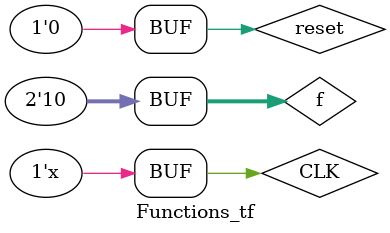
<source format=v>
`timescale 1ns / 1ps


module Functions_tf;

	reg CLK;
	reg reset;
	
	// Inputs
	reg [1:0] f;
	wire [7:0] count;

	// Outputs
	wire [7:0] value;

	wire loop;
	
	
	
	Counter #(8) indexer (CLK, 1'b1, reset, count, loop);

	// Instantiate the Unit Under Test (UUT)
	Functions uut (
		.f(f), 
		.index(count), 
		.value(value)
	);

	initial begin
		// Initialize Inputs
		CLK = 0;
		f = 2;
		reset = 1;
		// Wait 100 ns for global reset to finish
		#100;
		reset = 0;
        
		// Add stimulus here

	end
	
	always
	 #5 CLK = ~CLK;
      
endmodule


</source>
